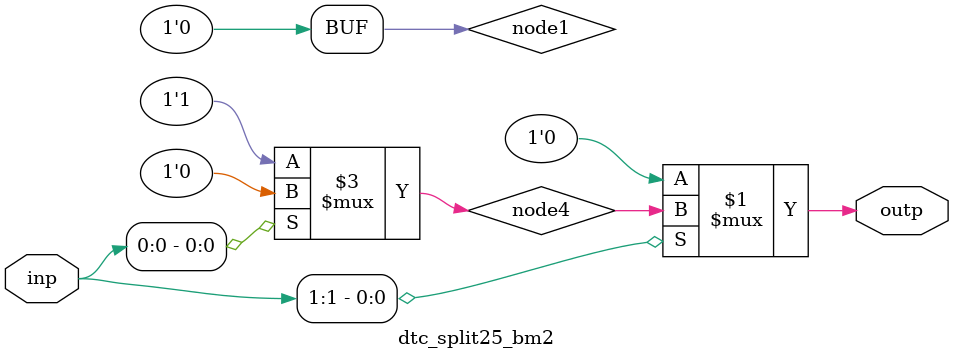
<source format=v>
module dtc_split25_bm2 (
	input  wire [8-1:0] inp,
	output wire [1-1:0] outp
);

	wire [1-1:0] node1;
	wire [1-1:0] node4;

	assign outp = (inp[1]) ? node4 : node1;
		assign node1 = (inp[7]) ? 1'b0 : 1'b0;
		assign node4 = (inp[0]) ? 1'b0 : 1'b1;

endmodule
</source>
